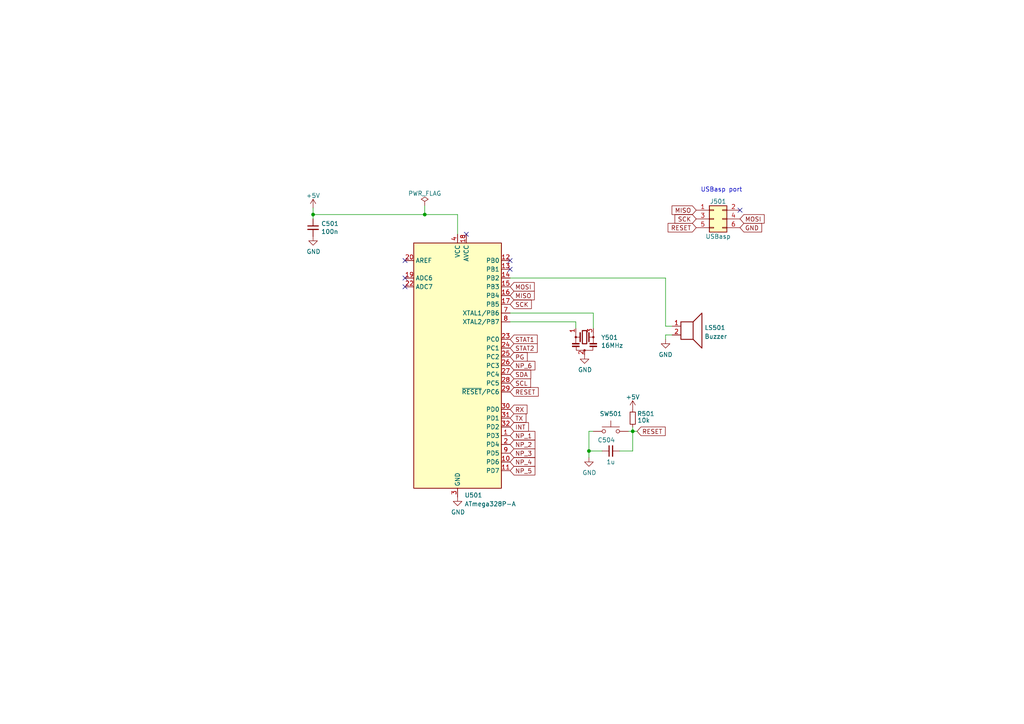
<source format=kicad_sch>
(kicad_sch (version 20211123) (generator eeschema)
  (paper "A4")
  (title_block (title "BoardGame") (date "2022-09-21") (rev "1"))
  (lib_symbols
    (symbol "Connector_Generic:Conn_02x03_Odd_Even" (pin_names (offset 1.016) hide)
      (property "Reference" "J" (at 1.27 5.08 0))
      (property "Value" "Conn_02x03_Odd_Even" (at 1.27 -5.08 0))
      (symbol "Conn_02x03_Odd_Even_1_1"
        (rectangle (start -1.27 -2.413) (end 0 -2.667) (stroke (width 0.1524)))
        (rectangle (start -1.27 0.127) (end 0 -0.127) (stroke (width 0.1524)))
        (rectangle (start -1.27 2.667) (end 0 2.413) (stroke (width 0.1524)))
        (rectangle (start -1.27 3.81) (end 3.81 -3.81) (stroke (width 0.254)) (fill (type background)))
        (rectangle (start 3.81 -2.413) (end 2.54 -2.667) (stroke (width 0.1524)))
        (rectangle (start 3.81 0.127) (end 2.54 -0.127) (stroke (width 0.1524)))
        (rectangle (start 3.81 2.667) (end 2.54 2.413) (stroke (width 0.1524)))
        (pin passive line (at -5.08 2.54 0) (length 3.81) (name "Pin_1") (number "1"))
        (pin passive line (at 7.62 2.54 180) (length 3.81) (name "Pin_2") (number "2"))
        (pin passive line (at -5.08 0 0) (length 3.81) (name "Pin_3") (number "3"))
        (pin passive line (at 7.62 0 180) (length 3.81) (name "Pin_4") (number "4"))
        (pin passive line (at -5.08 -2.54 0) (length 3.81) (name "Pin_5") (number "5"))
        (pin passive line (at 7.62 -2.54 180) (length 3.81) (name "Pin_6") (number "6"))
      )
    )
    (symbol "Device:C_Small" (pin_numbers hide) (pin_names (offset 0.254) hide)
      (property "Reference" "C" (at 0.254 1.778 0))
      (property "Value" "C_Small" (at 0.254 -2.032 0))
      (symbol "C_Small_0_1"
        (polyline (pts (xy -1.524 -0.508) (xy 1.524 -0.508)) (stroke (width 0.3302)))
        (polyline (pts (xy -1.524 0.508) (xy 1.524 0.508)) (stroke (width 0.3048)))
      )
      (symbol "C_Small_1_1"
        (pin passive line (at 0 2.54 270) (length 2.032) (name "~") (number "1"))
        (pin passive line (at 0 -2.54 90) (length 2.032) (name "~") (number "2"))
      )
    )
    (symbol "Device:R_Small" (pin_numbers hide) (pin_names (offset 0.254) hide)
      (property "Reference" "R" (at 0.762 0.508 0))
      (property "Value" "R_Small" (at 0.762 -1.016 0))
      (symbol "R_Small_0_1"
        (rectangle (start -0.762 1.778) (end 0.762 -1.778) (stroke (width 0.2032)))
      )
      (symbol "R_Small_1_1"
        (pin passive line (at 0 2.54 270) (length 0.762) (name "~") (number "1"))
        (pin passive line (at 0 -2.54 90) (length 0.762) (name "~") (number "2"))
      )
    )
    (symbol "Device:Resonator_Small" (pin_names (offset 1.016) hide)
      (property "Reference" "Y" (at 3.175 1.905 0))
      (property "Value" "Resonator_Small" (at 3.175 0 0))
      (symbol "Resonator_Small_0_1"
        (rectangle (start -3.556 -2.54) (end -1.524 -2.794) (fill (type outline)))
        (rectangle (start -3.556 -1.778) (end -1.524 -2.032) (fill (type outline)))
        (circle (center -2.54 0) (radius 0.254) (fill (type outline)))
        (rectangle (start -0.635 1.905) (end 0.635 -1.905) (stroke (width 0.3048)))
        (circle (center 0 -3.81) (radius 0.254) (fill (type outline)))
        (polyline (pts (xy -2.54 -1.778) (xy -2.54 0)))
        (polyline (pts (xy -2.54 0) (xy -1.397 0)))
        (polyline (pts (xy -2.54 1.27) (xy -2.54 0)))
        (polyline (pts (xy -1.27 -1.27) (xy -1.27 1.27)) (stroke (width 0.381)))
        (polyline (pts (xy 1.27 -1.27) (xy 1.27 1.27)) (stroke (width 0.381)))
        (polyline (pts (xy 1.27 0) (xy 2.54 0)))
        (polyline (pts (xy 2.54 0) (xy 2.54 -1.778)))
        (polyline (pts (xy 2.54 1.27) (xy 2.54 0)))
        (polyline (pts (xy 2.413 -2.794) (xy 2.413 -3.81) (xy -2.413 -3.81) (xy -2.413 -2.667)))
        (rectangle (start 1.524 -2.54) (end 3.556 -2.794) (fill (type outline)))
        (rectangle (start 1.524 -1.778) (end 3.556 -2.032) (fill (type outline)))
        (circle (center 2.54 0) (radius 0.254) (fill (type outline)))
      )
      (symbol "Resonator_Small_1_1"
        (pin passive line (at -2.54 2.54 270) (length 1.27) (name "1") (number "1"))
        (pin passive line (at 0 -5.08 90) (length 1.27) (name "2") (number "2"))
        (pin passive line (at 2.54 2.54 270) (length 1.27) (name "3") (number "3"))
      )
    )
    (symbol "Device:Speaker" (pin_names (offset 0) hide)
      (property "Reference" "LS" (at 1.27 5.715 0))
      (property "Value" "Speaker" (at 1.27 3.81 0))
      (symbol "Speaker_0_0"
        (rectangle (start -2.54 1.27) (end 1.016 -3.81) (stroke (width 0.254)))
        (polyline (pts (xy 1.016 1.27) (xy 3.556 3.81) (xy 3.556 -6.35) (xy 1.016 -3.81)) (stroke (width 0.254)))
      )
      (symbol "Speaker_1_1"
        (pin input line (at -5.08 0 0) (length 2.54) (name "1") (number "1"))
        (pin input line (at -5.08 -2.54 0) (length 2.54) (name "2") (number "2"))
      )
    )
    (symbol "MCU_Microchip_ATmega:ATmega328P-A"
      (property "Reference" "U" (at -12.7 36.83 0))
      (property "Value" "ATmega328P-A" (at 2.54 -36.83 0))
      (symbol "ATmega328P-A_0_1"
        (rectangle (start -12.7 -35.56) (end 12.7 35.56) (stroke (width 0.254)) (fill (type background)))
      )
      (symbol "ATmega328P-A_1_1"
        (pin bidirectional line (at 15.24 -20.32 180) (length 2.54) (name "PD3") (number "1"))
        (pin bidirectional line (at 15.24 -27.94 180) (length 2.54) (name "PD6") (number "10"))
        (pin bidirectional line (at 15.24 -30.48 180) (length 2.54) (name "PD7") (number "11"))
        (pin bidirectional line (at 15.24 30.48 180) (length 2.54) (name "PB0") (number "12"))
        (pin bidirectional line (at 15.24 27.94 180) (length 2.54) (name "PB1") (number "13"))
        (pin bidirectional line (at 15.24 25.4 180) (length 2.54) (name "PB2") (number "14"))
        (pin bidirectional line (at 15.24 22.86 180) (length 2.54) (name "PB3") (number "15"))
        (pin bidirectional line (at 15.24 20.32 180) (length 2.54) (name "PB4") (number "16"))
        (pin bidirectional line (at 15.24 17.78 180) (length 2.54) (name "PB5") (number "17"))
        (pin power_in line (at 2.54 38.1 270) (length 2.54) (name "AVCC") (number "18"))
        (pin input line (at -15.24 25.4 0) (length 2.54) (name "ADC6") (number "19"))
        (pin bidirectional line (at 15.24 -22.86 180) (length 2.54) (name "PD4") (number "2"))
        (pin passive line (at -15.24 30.48 0) (length 2.54) (name "AREF") (number "20"))
        (pin passive line (at 0 -38.1 90) (length 2.54) hide (name "GND") (number "21"))
        (pin input line (at -15.24 22.86 0) (length 2.54) (name "ADC7") (number "22"))
        (pin bidirectional line (at 15.24 7.62 180) (length 2.54) (name "PC0") (number "23"))
        (pin bidirectional line (at 15.24 5.08 180) (length 2.54) (name "PC1") (number "24"))
        (pin bidirectional line (at 15.24 2.54 180) (length 2.54) (name "PC2") (number "25"))
        (pin bidirectional line (at 15.24 0 180) (length 2.54) (name "PC3") (number "26"))
        (pin bidirectional line (at 15.24 -2.54 180) (length 2.54) (name "PC4") (number "27"))
        (pin bidirectional line (at 15.24 -5.08 180) (length 2.54) (name "PC5") (number "28"))
        (pin bidirectional line (at 15.24 -7.62 180) (length 2.54) (name "~{RESET}/PC6") (number "29"))
        (pin power_in line (at 0 -38.1 90) (length 2.54) (name "GND") (number "3"))
        (pin bidirectional line (at 15.24 -12.7 180) (length 2.54) (name "PD0") (number "30"))
        (pin bidirectional line (at 15.24 -15.24 180) (length 2.54) (name "PD1") (number "31"))
        (pin bidirectional line (at 15.24 -17.78 180) (length 2.54) (name "PD2") (number "32"))
        (pin power_in line (at 0 38.1 270) (length 2.54) (name "VCC") (number "4"))
        (pin passive line (at 0 -38.1 90) (length 2.54) hide (name "GND") (number "5"))
        (pin passive line (at 0 38.1 270) (length 2.54) hide (name "VCC") (number "6"))
        (pin bidirectional line (at 15.24 15.24 180) (length 2.54) (name "XTAL1/PB6") (number "7"))
        (pin bidirectional line (at 15.24 12.7 180) (length 2.54) (name "XTAL2/PB7") (number "8"))
        (pin bidirectional line (at 15.24 -25.4 180) (length 2.54) (name "PD5") (number "9"))
      )
    )
    (symbol "Switch:SW_Push" (pin_numbers hide) (pin_names (offset 1.016) hide)
      (property "Reference" "SW" (at 1.27 2.54 0))
      (property "Value" "SW_Push" (at 0 -1.524 0))
      (symbol "SW_Push_0_1"
        (circle (center -2.032 0) (radius 0.508))
        (polyline (pts (xy 0 1.27) (xy 0 3.048)))
        (polyline (pts (xy 2.54 1.27) (xy -2.54 1.27)))
        (circle (center 2.032 0) (radius 0.508))
        (pin passive line (at -5.08 0 0) (length 2.54) (name "1") (number "1"))
        (pin passive line (at 5.08 0 180) (length 2.54) (name "2") (number "2"))
      )
    )
    (symbol "power:+5V" (power) (pin_names (offset 0))
      (property "Value" "+5V" (at 0 3.556 0))
      (symbol "+5V_0_1"
        (polyline (pts (xy -0.762 1.27) (xy 0 2.54)))
        (polyline (pts (xy 0 0) (xy 0 2.54)))
        (polyline (pts (xy 0 2.54) (xy 0.762 1.27)))
      )
      (symbol "+5V_1_1"
        (pin power_in line (at 0 0 90) (length 0) hide (name "+5V") (number "1"))
      )
    )
    (symbol "power:GND" (power) (pin_names (offset 0))
      (property "Value" "GND" (at 0 -3.81 0))
      (symbol "GND_0_1"
        (polyline (pts (xy 0 0) (xy 0 -1.27) (xy 1.27 -1.27) (xy 0 -2.54) (xy -1.27 -1.27) (xy 0 -1.27)))
      )
      (symbol "GND_1_1"
        (pin power_in line (at 0 0 270) (length 0) hide (name "GND") (number "1"))
      )
    )
    (symbol "power:PWR_FLAG" (power) (pin_numbers hide) (pin_names (offset 0) hide)
      (property "Value" "PWR_FLAG" (at 0 3.81 0))
      (symbol "PWR_FLAG_0_0"
        (pin power_out line (at 0 0 90) (length 0) (name "pwr") (number "1"))
      )
      (symbol "PWR_FLAG_0_1"
        (polyline (pts (xy 0 0) (xy 0 1.27) (xy -1.016 1.905) (xy 0 2.54) (xy 1.016 1.905) (xy 0 1.27)))
      )
    )
  )
  (junction (at 170.815 130.81))
  (junction (at 123.19 62.23))
  (junction (at 183.515 125.095))
  (junction (at 90.805 62.23))
  (no_connect (at 117.475 75.565))
  (no_connect (at 135.255 67.945))
  (no_connect (at 117.475 80.645))
  (no_connect (at 117.475 83.185))
  (no_connect (at 214.63 60.96))
  (no_connect (at 147.955 78.105))
  (no_connect (at 147.955 75.565))
  (wire (pts (xy 193.04 80.645) (xy 193.04 94.615)))
  (wire (pts (xy 170.815 125.095) (xy 172.085 125.095)))
  (wire (pts (xy 184.785 125.095) (xy 183.515 125.095)))
  (wire (pts (xy 90.805 60.325) (xy 90.805 62.23)))
  (wire (pts (xy 193.04 94.615) (xy 194.945 94.615)))
  (wire (pts (xy 182.245 125.095) (xy 183.515 125.095)))
  (wire (pts (xy 123.19 62.23) (xy 132.715 62.23)))
  (wire (pts (xy 147.955 93.345) (xy 167.005 93.345)))
  (wire (pts (xy 123.19 59.69) (xy 123.19 62.23)))
  (wire (pts (xy 183.515 125.095) (xy 183.515 123.825)))
  (wire (pts (xy 193.04 98.425) (xy 193.04 97.155)))
  (wire (pts (xy 179.705 130.81) (xy 183.515 130.81)))
  (wire (pts (xy 170.815 132.715) (xy 170.815 130.81)))
  (wire (pts (xy 90.805 62.23) (xy 90.805 63.5)))
  (wire (pts (xy 147.955 90.805) (xy 172.085 90.805)))
  (wire (pts (xy 132.715 62.23) (xy 132.715 67.945)))
  (wire (pts (xy 147.955 80.645) (xy 193.04 80.645)))
  (wire (pts (xy 183.515 125.095) (xy 183.515 130.81)))
  (wire (pts (xy 170.815 130.81) (xy 174.625 130.81)))
  (wire (pts (xy 170.815 125.095) (xy 170.815 130.81)))
  (wire (pts (xy 167.005 93.345) (xy 167.005 95.25)))
  (wire (pts (xy 172.085 90.805) (xy 172.085 95.25)))
  (wire (pts (xy 90.805 62.23) (xy 123.19 62.23)))
  (wire (pts (xy 193.04 97.155) (xy 194.945 97.155)))
  (text "USBasp port" (at 203.2 55.88 0) (effects (font (size 1.27 1.27)) (justify left bottom)))
  (global_label "STAT1" (shape input) (at 147.955 98.425 0) (property "Intersheet References" "${INTERSHEET_REFS}" (effects hide)))
  (global_label "MOSI" (shape input) (at 147.955 83.185 0) (property "Intersheet References" "${INTERSHEET_REFS}" (effects hide)))
  (global_label "MISO" (shape input) (at 201.93 60.96 180) (property "Intersheet References" "${INTERSHEET_REFS}" (effects hide)))
  (global_label "MOSI" (shape input) (at 214.63 63.5 0) (property "Intersheet References" "${INTERSHEET_REFS}" (effects hide)))
  (global_label "NP_4" (shape input) (at 147.955 133.985 0) (property "Intersheet References" "${INTERSHEET_REFS}" (effects hide)))
  (global_label "NP_5" (shape input) (at 147.955 136.525 0) (property "Intersheet References" "${INTERSHEET_REFS}" (effects hide)))
  (global_label "GND" (shape input) (at 214.63 66.04 0) (property "Intersheet References" "${INTERSHEET_REFS}" (effects hide)))
  (global_label "SCK" (shape input) (at 201.93 63.5 180) (property "Intersheet References" "${INTERSHEET_REFS}" (effects hide)))
  (global_label "TX" (shape input) (at 147.955 121.285 0) (property "Intersheet References" "${INTERSHEET_REFS}" (effects hide)))
  (global_label "MISO" (shape input) (at 147.955 85.725 0) (property "Intersheet References" "${INTERSHEET_REFS}" (effects hide)))
  (global_label "SCL" (shape input) (at 147.955 111.125 0) (property "Intersheet References" "${INTERSHEET_REFS}" (effects hide)))
  (global_label "PG" (shape input) (at 147.955 103.505 0) (property "Intersheet References" "${INTERSHEET_REFS}" (effects hide)))
  (global_label "NP_1" (shape input) (at 147.955 126.365 0) (property "Intersheet References" "${INTERSHEET_REFS}" (effects hide)))
  (global_label "NP_3" (shape input) (at 147.955 131.445 0) (property "Intersheet References" "${INTERSHEET_REFS}" (effects hide)))
  (global_label "SDA" (shape input) (at 147.955 108.585 0) (property "Intersheet References" "${INTERSHEET_REFS}" (effects hide)))
  (global_label "RESET" (shape input) (at 201.93 66.04 180) (property "Intersheet References" "${INTERSHEET_REFS}" (effects hide)))
  (global_label "SCK" (shape input) (at 147.955 88.265 0) (property "Intersheet References" "${INTERSHEET_REFS}" (effects hide)))
  (global_label "INT" (shape input) (at 147.955 123.825 0) (property "Intersheet References" "${INTERSHEET_REFS}" (effects hide)))
  (global_label "RESET" (shape input) (at 147.955 113.665 0) (property "Intersheet References" "${INTERSHEET_REFS}" (effects hide)))
  (global_label "RESET" (shape input) (at 184.785 125.095 0) (property "Intersheet References" "${INTERSHEET_REFS}" (effects hide)))
  (global_label "RX" (shape input) (at 147.955 118.745 0) (property "Intersheet References" "${INTERSHEET_REFS}" (effects hide)))
  (global_label "NP_6" (shape input) (at 147.955 106.045 0) (property "Intersheet References" "${INTERSHEET_REFS}" (effects hide)))
  (global_label "NP_2" (shape input) (at 147.955 128.905 0) (property "Intersheet References" "${INTERSHEET_REFS}" (effects hide)))
  (global_label "STAT2" (shape input) (at 147.955 100.965 0) (property "Intersheet References" "${INTERSHEET_REFS}" (effects hide)))
  (symbol (lib_id "Switch:SW_Push") (at 177.165 125.095 0) (unit 1)
    (property "Reference" "SW501" (at 177.165 120.015 0))
    (property "Value" "SW_Push" (effects hide))
    (property "Footprint" "Button_Switch_SMD:SW_SPST_TL3342" (effects hide))
    (property "JLCPCB Part #" "C2886894" (effects hide))
    (property "U labosu?" "ne" (effects hide))
  )
  (symbol (lib_id "power:GND") (at 169.545 102.87 0) (unit 1)
    (property "Reference" "#PWR0508" (effects hide))
    (property "Value" "GND" (at 169.672 107.2642 0))
  )
  (symbol (lib_id "power:GND") (at 193.04 98.425 0) (unit 1)
    (property "Reference" "#PWR0507" (effects hide))
    (property "Value" "GND" (at 193.04 102.8684 0))
  )
  (symbol (lib_id "Device:R_Small") (at 183.515 121.285 180) (unit 1)
    (property "Reference" "R501" (at 187.325 120.015 0))
    (property "Value" "10k" (at 186.69 121.92 0))
    (property "Footprint" "Resistor_SMD:R_0603_1608Metric" (effects hide))
    (property "U labosu?" "da" (effects hide))
  )
  (symbol (lib_id "Device:Speaker") (at 200.025 94.615 0) (unit 1)
    (property "Reference" "LS501" (at 204.343 95.0503 0) (effects (justify left)))
    (property "Value" "Buzzer" (at 204.343 97.5872 0) (effects (justify left)))
    (property "Footprint" "Footprints:KLJ-1102" (effects hide))
    (property "U labosu?" "da" (effects hide))
  )
  (symbol (lib_id "power:PWR_FLAG") (at 123.19 59.69 0) (unit 1)
    (property "Reference" "#FLG0501" (effects hide))
    (property "Value" "PWR_FLAG" (at 123.19 56.1142 0))
  )
  (symbol (lib_id "MCU_Microchip_ATmega:ATmega328P-A") (at 132.715 106.045 0) (unit 1)
    (property "Reference" "U501" (at 134.7344 143.6354 0) (effects (justify left)))
    (property "Value" "ATmega328P-A" (at 134.7344 146.1723 0) (effects (justify left)))
    (property "Footprint" "Package_QFP:TQFP-32_7x7mm_P0.8mm" (effects hide))
    (property "Datasheet" "http://ww1.microchip.com/downloads/en/DeviceDoc/ATmega328_P%20AVR%20MCU%20with%20picoPower%20Technology%20Data%20Sheet%2040001984A.pdf" (effects hide))
    (property "U labosu?" "da" (effects hide))
  )
  (symbol (lib_id "Device:C_Small") (at 90.805 66.04 0) (unit 1)
    (property "Reference" "C501" (at 93.1418 64.8716 0) (effects (justify left)))
    (property "Value" "100n" (at 93.1418 67.183 0) (effects (justify left)))
    (property "Footprint" "Capacitor_SMD:C_0603_1608Metric" (effects hide))
    (property "U labosu?" "ne" (effects hide))
    (property "JLCPCB Part #" "C113803" (effects hide))
  )
  (symbol (lib_id "power:GND") (at 170.815 132.715 0) (unit 1)
    (property "Reference" "#PWR0510" (effects hide))
    (property "Value" "GND" (at 170.942 137.1092 0))
  )
  (symbol (lib_id "power:GND") (at 132.715 144.145 0) (unit 1)
    (property "Reference" "#PWR0511" (effects hide))
    (property "Value" "GND" (at 132.842 148.5392 0))
  )
  (symbol (lib_id "power:+5V") (at 90.805 60.325 0) (unit 1)
    (property "Reference" "#PWR0502" (effects hide))
    (property "Value" "+5V" (at 90.805 56.7492 0))
  )
  (symbol (lib_id "Device:Resonator_Small") (at 169.545 97.79 0) (unit 1)
    (property "Reference" "Y501" (at 174.3202 97.8916 0) (effects (justify left)))
    (property "Value" "16MHz" (at 174.3202 100.203 0) (effects (justify left)))
    (property "Footprint" "Footprints:CSTCE16M0V53-R0" (effects hide))
    (property "JLCPCB Part #" "C32180" (effects hide))
    (property "U labosu?" "da" (effects hide))
  )
  (symbol (lib_id "Device:C_Small") (at 177.165 130.81 90) (unit 1)
    (property "Reference" "C504" (at 178.435 127.635 90) (effects (justify left)))
    (property "Value" "1u" (at 178.435 133.985 90) (effects (justify left)))
    (property "Footprint" "Capacitor_SMD:C_0603_1608Metric" (effects hide))
    (property "JLCPCB Part #" "C559769" (effects hide))
    (property "U labosu?" "da" (effects hide))
  )
  (symbol (lib_id "power:+5V") (at 183.515 118.745 0) (unit 1)
    (property "Reference" "#PWR0509" (effects hide))
    (property "Value" "+5V" (at 183.515 115.1692 0))
  )
  (symbol (lib_id "power:GND") (at 90.805 68.58 0) (unit 1)
    (property "Reference" "#PWR0503" (effects hide))
    (property "Value" "GND" (at 90.932 72.9742 0))
  )
  (symbol (lib_id "Connector_Generic:Conn_02x03_Odd_Even") (at 207.01 63.5 0) (unit 1)
    (property "Reference" "J501" (at 208.28 58.42 0))
    (property "Value" "USBasp" (at 208.28 68.58 0))
    (property "Footprint" "Connector_PinHeader_1.27mm:PinHeader_2x03_P1.27mm_Vertical_SMD" (effects hide))
    (property "JLCPCB Part #" "-" (effects hide))
    (property "Ostalo" "-" (effects hide))
    (property "U labosu?" "da" (effects hide))
  )
)
</source>
